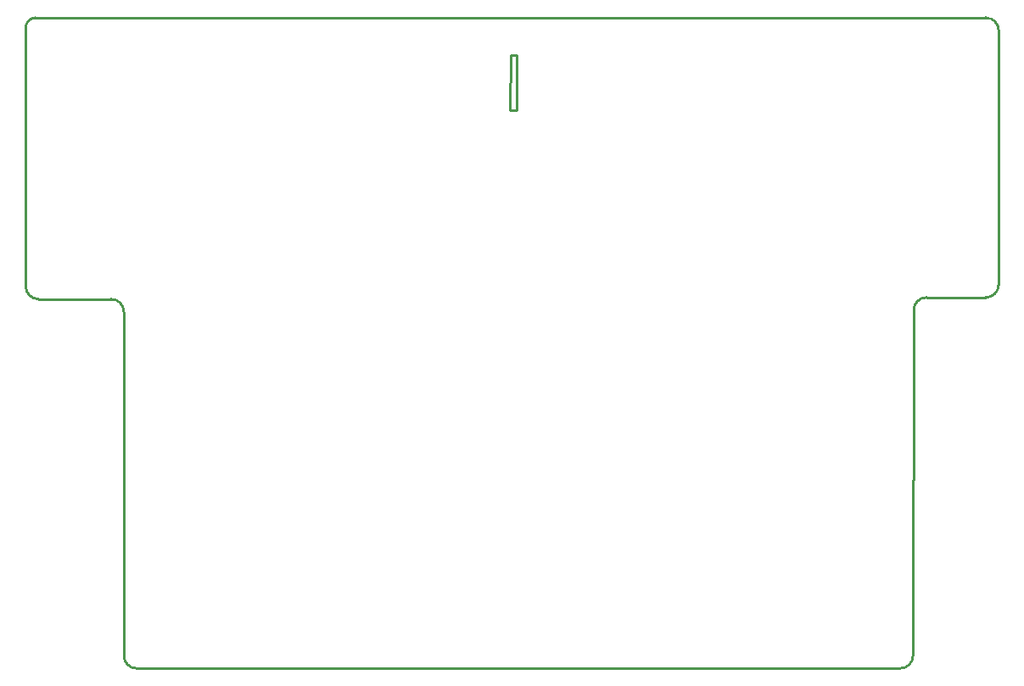
<source format=gko>
G04*
G04 #@! TF.GenerationSoftware,Altium Limited,Altium Designer,19.1.9 (167)*
G04*
G04 Layer_Color=16711935*
%FSLAX44Y44*%
%MOMM*%
G71*
G01*
G75*
%ADD32C,0.2540*%
D32*
X1376050Y520750D02*
G03*
X1388750Y533450I0J12700D01*
G01*
X601250D02*
G03*
X613950Y520750I12700J0D01*
G01*
X601250Y876800D02*
G03*
X588550Y889500I-12700J0D01*
G01*
X503250Y902200D02*
G03*
X515950Y889500I12700J0D01*
G01*
X1402200Y891149D02*
G03*
X1389500Y878449I0J-12700D01*
G01*
X1474250Y1157800D02*
G03*
X1461550Y1170500I-12700J0D01*
G01*
X529679Y1170429D02*
G03*
X529750Y1170500I0J71D01*
G01*
X513500D02*
G03*
X503250Y1160250I0J-10250D01*
G01*
X1461550Y891149D02*
G03*
X1474250Y903849I0J12700D01*
G01*
X987000Y1133250D02*
X993250D01*
Y1078250D02*
Y1133250D01*
X986750Y1078250D02*
X993250D01*
X986750D02*
X987000Y1133250D01*
X1339500Y520750D02*
X1376050D01*
X1254750D02*
X1339500D01*
X852000D02*
X1254750D01*
X613950D02*
X852000D01*
X1388750Y533450D02*
Y544500D01*
X601250Y533450D02*
Y876800D01*
X515950Y889500D02*
X588550D01*
X503250Y902200D02*
Y903200D01*
X1402200Y891149D02*
X1461550D01*
X1389500Y870500D02*
Y878449D01*
X1388750Y534700D02*
Y544500D01*
X1389500Y870500D01*
X1474250Y1144000D02*
Y1157800D01*
X1444500Y1170500D02*
X1461550D01*
X512298Y1170429D02*
X551111Y1170500D01*
X503250Y903200D02*
Y911000D01*
X1474250Y903849D02*
Y911500D01*
Y1144000D01*
X529750Y1170500D02*
X1444500Y1170500D01*
X503250Y911000D02*
Y1160250D01*
M02*

</source>
